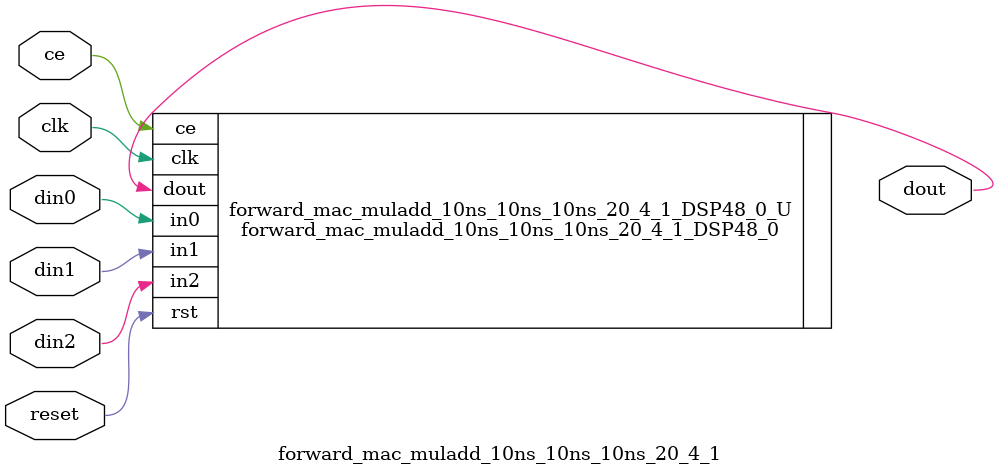
<source format=v>
module forward_mac_muladd_10ns_10ns_10ns_20_4_1(clk,reset,ce,din0,din1,din2,dout); 
parameter ID = 32'd1;
parameter NUM_STAGE = 32'd1;
parameter din0_WIDTH = 32'd1;
parameter din1_WIDTH = 32'd1;
parameter din2_WIDTH = 32'd1;
parameter dout_WIDTH = 32'd1;
input clk;
input reset;
input ce;
input[din0_WIDTH - 1:0] din0;
input[din1_WIDTH - 1:0] din1;
input[din2_WIDTH - 1:0] din2;
output[dout_WIDTH - 1:0] dout;
forward_mac_muladd_10ns_10ns_10ns_20_4_1_DSP48_0 forward_mac_muladd_10ns_10ns_10ns_20_4_1_DSP48_0_U(.clk( clk ),.rst( reset ),.ce( ce ),.in0( din0 ),.in1( din1 ),.in2( din2 ),.dout( dout ));
endmodule
</source>
